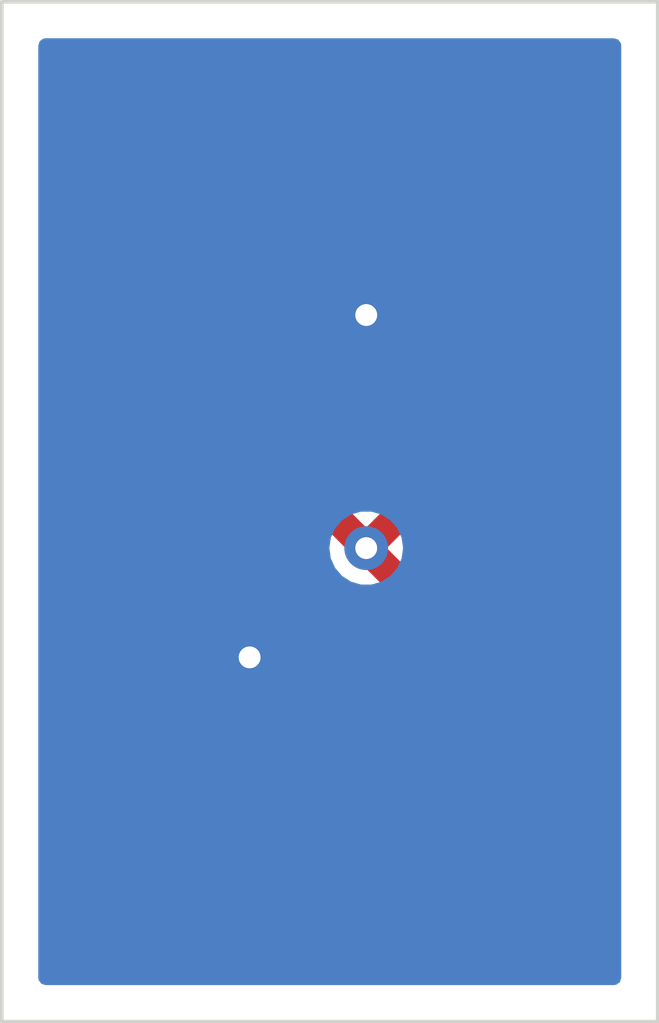
<source format=kicad_pcb>
(kicad_pcb (version 20240108) (generator "pcbnew") (generator_version "8.0")
  (layers (0 "F.Cu" signal) (31 "B.Cu" signal) (34 "B.Paste" user) (35 "F.Paste" user) (36 "B.SilkS" user "B.Silkscreen") (37 "F.SilkS" user "F.Silkscreen") (38 "B.Mask" user) (39 "F.Mask" user) (44 "Edge.Cuts" user))
  (net 0 "")
  (net 1 "/MSL")
  (net 2 "GND")
  (footprint "antmicro-footprints:NetTie-2_SMD_Pad0.127mm" (layer "F.Cu") (at 147 112.4 90)
    (property "Reference" "TP3" (hide yes))
    (property "Value" "Net-Tie_2")
    (fp_poly (pts (xy -0.0635 -0.0635) (xy 0.0625 -0.0635) (xy 0.0625 0.0635) (xy -0.0635 0.0635)) (fill solid) (layer "F.Cu"))
    (pad "1" smd roundrect (at -0.127 0 270) (size 0.127 0.127) (layers "F.Cu") (roundrect_rratio 0.5) (chamfer_ratio 0) (chamfer top_left bottom_left) (net 1 "/MSL"))
    (pad "2" smd roundrect (at 0.126 0 90) (size 0.127 0.127) (layers "F.Cu") (roundrect_rratio 0.5) (chamfer_ratio 0) (chamfer top_left bottom_left) (net 1 "/MSL"))
  )
  (footprint "antmicro-footprints:Simulation_Port" (layer "F.Cu") (at 146.5 103.25 180)
    (property "Reference" "SP3")
    (property "Value" "Simulation_Port" (hide yes))
  )
  (footprint "antmicro-footprints:Simulation_Port" (layer "F.Cu") (at 147 112.75)
    (property "Reference" "SP2")
    (property "Value" "Simulation_Port" (hide yes))
  )
  (footprint "antmicro-footprints:NetTie-2_SMD_Pad0.127mm" (layer "F.Cu") (at 143 103.5 -90)
    (property "Reference" "TP1" (hide yes))
    (property "Value" "Net-Tie_2")
    (fp_poly (pts (xy -0.0635 -0.0635) (xy 0.0625 -0.0635) (xy 0.0625 0.0635) (xy -0.0635 0.0635)) (fill solid) (layer "F.Cu"))
    (pad "1" smd roundrect (at -0.127 0 90) (size 0.127 0.127) (layers "F.Cu") (roundrect_rratio 0.5) (chamfer_ratio 0) (chamfer top_left bottom_left) (net 1 "/MSL"))
    (pad "2" smd roundrect (at 0.126 0 270) (size 0.127 0.127) (layers "F.Cu") (roundrect_rratio 0.5) (chamfer_ratio 0) (chamfer top_left bottom_left) (net 1 "/MSL"))
  )
  (footprint "antmicro-footprints:Simulation_Port" (layer "F.Cu") (at 143 103.25 180)
    (property "Reference" "SP1")
    (property "Value" "Simulation_Port" (hide yes))
  )
  (footprint "antmicro-footprints:NetTie-2_SMD_Pad0.127mm" (layer "B.Cu") (at 141 113.5 180)
    (property "Reference" "TP4" (hide yes))
    (property "Value" "Net-Tie_2")
    (fp_poly (pts (xy -0.0635 0.0635) (xy 0.0625 0.0635) (xy 0.0625 -0.0635) (xy -0.0635 -0.0635)) (fill solid) (layer "B.Cu"))
    (pad "1" smd roundrect (at -0.127 0) (size 0.127 0.127) (layers "B.Cu") (roundrect_rratio 0.5) (chamfer_ratio 0) (chamfer top_left bottom_left) (net 2 "GND"))
    (pad "2" smd roundrect (at 0.126 0 180) (size 0.127 0.127) (layers "B.Cu") (roundrect_rratio 0.5) (chamfer_ratio 0) (chamfer top_left bottom_left) (net 2 "GND"))
  )
  (footprint "antmicro-footprints:NetTie-2_SMD_Pad0.127mm" (layer "B.Cu") (at 141 114 180)
    (property "Reference" "TP2" (hide yes))
    (property "Value" "Net-Tie_2")
    (fp_poly (pts (xy -0.0635 0.0635) (xy 0.0625 0.0635) (xy 0.0625 -0.0635) (xy -0.0635 -0.0635)) (fill solid) (layer "B.Cu"))
    (pad "1" smd roundrect (at -0.127 0) (size 0.127 0.127) (layers "B.Cu") (roundrect_rratio 0.5) (chamfer_ratio 0) (chamfer top_left bottom_left) (net 2 "GND"))
    (pad "2" smd roundrect (at 0.126 0 180) (size 0.127 0.127) (layers "B.Cu") (roundrect_rratio 0.5) (chamfer_ratio 0) (chamfer top_left bottom_left) (net 2 "GND"))
  )
  (gr_rect (start 140 101) (end 149 115) (stroke (width 0.05)) (fill none) (layer "Edge.Cuts"))
  (segment (start 145 108.5) (end 145.914214 107.585786) (width 0.4) (layer "F.Cu") (net 1))
  (segment (start 146.998156 111.19746) (end 146.998156 112.498156) (width 0.4) (layer "F.Cu") (net 1))
  (segment (start 146.5 106.171573) (end 146.5 103.5) (width 0.4) (layer "F.Cu") (net 1))
  (segment (start 143 103.373) (end 143 105.671573) (width 0.4) (layer "F.Cu") (net 1))
  (segment (start 146.998156 112.498156) (end 147 112.5) (width 0.4) (layer "F.Cu") (net 1))
  (segment (start 143.585787 107.085787) (end 145 108.5) (width 0.4) (layer "F.Cu") (net 1))
  (segment (start 145 108.5) (end 146.414214 109.914214) (width 0.4) (layer "F.Cu") (net 1))
  (via (at 145 108.5) (size 0.6) (drill 0.3) (layers "F.Cu" "B.Cu") (net 1))
  (arc (start 146.414214 109.914214) (mid 146.82172 110.503015) (end 146.998156 111.19746) (width 0.4) (layer "F.Cu") (net 1))
  (arc (start 145.914214 107.585786) (mid 146.34775 106.936938) (end 146.5 106.171573) (width 0.4) (layer "F.Cu") (net 1))
  (arc (start 143 105.671573) (mid 143.15225 106.436939) (end 143.585787 107.085787) (width 0.4) (layer "F.Cu") (net 1))
  (via (at 145 105.3) (size 0.6) (drill 0.3) (layers "F.Cu" "B.Cu") (net 2))
  (via (at 143.4 110) (size 0.6) (drill 0.3) (layers "F.Cu" "B.Cu") (net 2))
  (zone (net 2) (net_name "GND") (layer "B.Cu") (connect_pads yes (clearance 0.2)) (min_thickness 0.2) (fill yes (thermal_gap 0.508) (thermal_bridge_width 0.508) (island_removal_mode 1) (island_area_min 0))
    (polygon (pts (xy 149 115) (xy 140 115) (xy 140 101) (xy 149 101)))
  )
)
</source>
